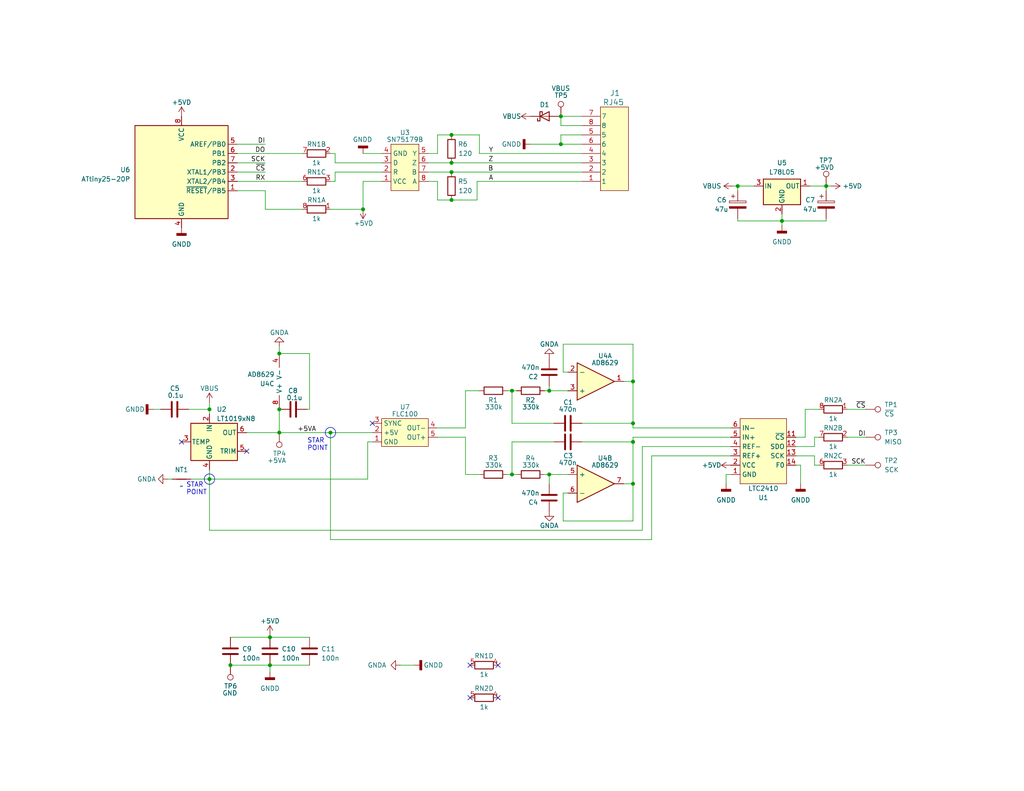
<source format=kicad_sch>
(kicad_sch (version 20230121) (generator eeschema)
  (paper "A")
  (title_block (title "Magnetometer") (date "2024-05-30") (rev "0.1") (company "M Morano"))
  (lib_symbols
    (symbol "Components:A-2004-2-4-LPS-N-R" (pin_names (offset 0.254))
      (property "Reference" "J" (at 0 15.24 0))
      (property "Value" "RJ45" (at 0 12.7 0))
      (symbol "A-2004-2-4-LPS-N-R_0_1"
        (pin unspecified line (at -8.89 -8.89 0) (length 5.08) (name "1") (number "1"))
        (pin unspecified line (at -8.89 -6.35 0) (length 5.08) (name "2") (number "2"))
        (pin unspecified line (at -8.89 -3.81 0) (length 5.08) (name "3") (number "3"))
        (pin unspecified line (at -8.89 -1.27 0) (length 5.08) (name "4") (number "4"))
        (pin unspecified line (at -8.89 3.81 0) (length 5.08) (name "5") (number "5"))
        (pin unspecified line (at -8.89 1.27 0) (length 5.08) (name "6") (number "6"))
        (pin unspecified line (at -8.89 8.89 0) (length 5.08) (name "7") (number "7"))
        (pin unspecified line (at -8.89 6.35 0) (length 5.08) (name "8") (number "8"))
      )
      (symbol "A-2004-2-4-LPS-N-R_1_1"
        (rectangle (start -3.81 11.43) (end 3.81 -11.43) (fill (type background)))
      )
    )
    (symbol "Components:FLC100"
      (property "Reference" "U" (at 0 7.62 0))
      (property "Value" "FLC100" (at 0 5.08 0))
      (symbol "FLC100_1_1"
        (rectangle (start -6.35 3.81) (end 6.35 -3.81) (fill (type background)))
        (pin power_in line (at -8.89 2.54 0) (length 2.54) (name "GND") (number "1"))
        (pin power_in line (at -8.89 0 0) (length 2.54) (name "+5V") (number "2"))
        (pin bidirectional line (at -8.89 -2.54 0) (length 2.54) (name "SYNC") (number "3"))
        (pin output line (at 8.89 -1.27 180) (length 2.54) (name "OUT-") (number "4"))
        (pin output line (at 8.89 1.27 180) (length 2.54) (name "OUT+") (number "5"))
      )
    )
    (symbol "Components:LTC2410"
      (property "Reference" "U" (at 0 15.24 0))
      (property "Value" "LTC2410" (at 0 12.7 0))
      (symbol "LTC2410_1_1"
        (rectangle (start -6.35 11.43) (end 6.35 -6.35) (fill (type background)))
        (pin power_in line (at -8.89 8.89 0) (length 2.54) (name "GND") (number "1"))
        (pin power_in line (at -8.89 8.89 0) (length 2.54) hide (name "GND") (number "10"))
        (pin input line (at 8.89 -1.27 180) (length 2.54) (name "~{CS}") (number "11"))
        (pin output line (at 8.89 1.27 180) (length 2.54) (name "SDO") (number "12"))
        (pin input line (at 8.89 3.81 180) (length 2.54) (name "SCK") (number "13"))
        (pin input line (at 8.89 6.35 180) (length 2.54) (name "F0") (number "14"))
        (pin power_in line (at -8.89 8.89 0) (length 2.54) hide (name "GND") (number "15"))
        (pin power_in line (at -8.89 8.89 0) (length 2.54) hide (name "GND") (number "16"))
        (pin power_in line (at -8.89 6.35 0) (length 2.54) (name "VCC") (number "2"))
        (pin input line (at -8.89 3.81 0) (length 2.54) (name "REF+") (number "3"))
        (pin input line (at -8.89 1.27 0) (length 2.54) (name "REF-") (number "4"))
        (pin input line (at -8.89 -1.27 0) (length 2.54) (name "IN+") (number "5"))
        (pin input line (at -8.89 -3.81 0) (length 2.54) (name "IN-") (number "6"))
        (pin power_in line (at -8.89 8.89 0) (length 2.54) hide (name "GND") (number "7"))
        (pin power_in line (at -8.89 8.89 0) (length 2.54) hide (name "GND") (number "8"))
        (pin power_in line (at -8.89 8.89 0) (length 2.54) hide (name "GND") (number "9"))
      )
    )
    (symbol "Components:SN75179BDR"
      (property "Reference" "U" (at 0 10.16 0))
      (property "Value" "SN75179B" (at 0 7.62 0))
      (symbol "SN75179BDR_1_1"
        (rectangle (start -3.81 6.35) (end 3.81 -6.35) (fill (type background)))
        (pin power_in line (at -6.35 3.81 0) (length 2.54) (name "VCC") (number "1"))
        (pin output line (at -6.35 1.27 0) (length 2.54) (name "R") (number "2"))
        (pin input line (at -6.35 -1.27 0) (length 2.54) (name "D") (number "3"))
        (pin power_in line (at -6.35 -3.81 0) (length 2.54) (name "GND") (number "4"))
        (pin output line (at 6.35 -3.81 180) (length 2.54) (name "Y") (number "5"))
        (pin output line (at 6.35 -1.27 180) (length 2.54) (name "Z") (number "6"))
        (pin input line (at 6.35 1.27 180) (length 2.54) (name "B") (number "7"))
        (pin input line (at 6.35 3.81 180) (length 2.54) (name "A") (number "8"))
      )
    )
    (symbol "Connector:TestPoint" (pin_numbers hide) (pin_names (offset 0.762) hide)
      (property "Reference" "TP" (at 0 6.858 0))
      (property "Value" "TestPoint" (at 0 5.08 0))
      (symbol "TestPoint_0_1"
        (circle (center 0 3.302) (radius 0.762))
      )
      (symbol "TestPoint_1_1"
        (pin passive line (at 0 0 90) (length 2.54) (name "1") (number "1"))
      )
    )
    (symbol "Device:C" (pin_numbers hide) (pin_names (offset 0.254))
      (property "Reference" "C" (at 0.635 2.54 0))
      (property "Value" "C" (at 0.635 -2.54 0))
      (symbol "C_0_1"
        (polyline (pts (xy -2.032 -0.762) (xy 2.032 -0.762)) (stroke (width 0.508)))
        (polyline (pts (xy -2.032 0.762) (xy 2.032 0.762)) (stroke (width 0.508)))
      )
      (symbol "C_1_1"
        (pin passive line (at 0 3.81 270) (length 2.794) (name "~") (number "1"))
        (pin passive line (at 0 -3.81 90) (length 2.794) (name "~") (number "2"))
      )
    )
    (symbol "Device:C_Polarized" (pin_numbers hide) (pin_names (offset 0.254))
      (property "Reference" "C" (at 0.635 2.54 0))
      (property "Value" "C_Polarized" (at 0.635 -2.54 0))
      (symbol "C_Polarized_0_1"
        (rectangle (start -2.286 0.508) (end 2.286 1.016))
        (polyline (pts (xy -1.778 2.286) (xy -0.762 2.286)))
        (polyline (pts (xy -1.27 2.794) (xy -1.27 1.778)))
        (rectangle (start 2.286 -0.508) (end -2.286 -1.016) (fill (type outline)))
      )
      (symbol "C_Polarized_1_1"
        (pin passive line (at 0 3.81 270) (length 2.794) (name "~") (number "1"))
        (pin passive line (at 0 -3.81 90) (length 2.794) (name "~") (number "2"))
      )
    )
    (symbol "Device:D_Schottky" (pin_numbers hide) (pin_names (offset 1.016) hide)
      (property "Reference" "D" (at 0 2.54 0))
      (property "Value" "D_Schottky" (at 0 -2.54 0))
      (symbol "D_Schottky_0_1"
        (polyline (pts (xy 1.27 0) (xy -1.27 0)))
        (polyline (pts (xy 1.27 1.27) (xy 1.27 -1.27) (xy -1.27 0) (xy 1.27 1.27)) (stroke (width 0.254)))
        (polyline (pts (xy -1.905 0.635) (xy -1.905 1.27) (xy -1.27 1.27) (xy -1.27 -1.27) (xy -0.635 -1.27) (xy -0.635 -0.635)) (stroke (width 0.254)))
      )
      (symbol "D_Schottky_1_1"
        (pin passive line (at -3.81 0 0) (length 2.54) (name "K") (number "1"))
        (pin passive line (at 3.81 0 180) (length 2.54) (name "A") (number "2"))
      )
    )
    (symbol "Device:NetTie_2" (pin_numbers hide) (pin_names (offset 0) hide) (in_bom no)
      (property "Reference" "NT" (at 0 1.27 0))
      (property "Value" "NetTie_2" (at 0 -1.27 0))
      (symbol "NetTie_2_0_1"
        (polyline (pts (xy -1.27 0) (xy 1.27 0)) (stroke (width 0.254)))
      )
      (symbol "NetTie_2_1_1"
        (pin passive line (at -2.54 0 0) (length 2.54) (name "1") (number "1"))
        (pin passive line (at 2.54 0 180) (length 2.54) (name "2") (number "2"))
      )
    )
    (symbol "Device:Opamp_Dual"
      (property "Reference" "U" (at 0 5.08 0))
      (property "Value" "Opamp_Dual" (at 0 -5.08 0))
      (symbol "Opamp_Dual_1_1"
        (polyline (pts (xy -5.08 5.08) (xy 5.08 0) (xy -5.08 -5.08) (xy -5.08 5.08)) (stroke (width 0.254)) (fill (type background)))
        (pin output line (at 7.62 0 180) (length 2.54) (name "~") (number "1"))
        (pin input line (at -7.62 -2.54 0) (length 2.54) (name "-") (number "2"))
        (pin input line (at -7.62 2.54 0) (length 2.54) (name "+") (number "3"))
      )
      (symbol "Opamp_Dual_2_1"
        (polyline (pts (xy -5.08 5.08) (xy 5.08 0) (xy -5.08 -5.08) (xy -5.08 5.08)) (stroke (width 0.254)) (fill (type background)))
        (pin input line (at -7.62 2.54 0) (length 2.54) (name "+") (number "5"))
        (pin input line (at -7.62 -2.54 0) (length 2.54) (name "-") (number "6"))
        (pin output line (at 7.62 0 180) (length 2.54) (name "~") (number "7"))
      )
      (symbol "Opamp_Dual_3_1"
        (pin power_in line (at -2.54 -7.62 90) (length 3.81) (name "V-") (number "4"))
        (pin power_in line (at -2.54 7.62 270) (length 3.81) (name "V+") (number "8"))
      )
    )
    (symbol "Device:R" (pin_numbers hide) (pin_names (offset 0))
      (property "Reference" "R" (at 2.032 0 90))
      (property "Value" "R" (at 0 0 90))
      (symbol "R_0_1"
        (rectangle (start -1.016 -2.54) (end 1.016 2.54) (stroke (width 0.254)))
      )
      (symbol "R_1_1"
        (pin passive line (at 0 3.81 270) (length 1.27) (name "~") (number "1"))
        (pin passive line (at 0 -3.81 90) (length 1.27) (name "~") (number "2"))
      )
    )
    (symbol "Device:R_Pack04_Split" (pin_names (offset 0) hide)
      (property "Reference" "RN" (at 2.032 0 90))
      (property "Value" "R_Pack04_Split" (at 0 0 90))
      (symbol "R_Pack04_Split_0_1"
        (rectangle (start 1.016 2.54) (end -1.016 -2.54) (stroke (width 0.254)))
      )
      (symbol "R_Pack04_Split_1_1"
        (pin passive line (at 0 -3.81 90) (length 1.27) (name "R1.1") (number "1"))
        (pin passive line (at 0 3.81 270) (length 1.27) (name "R1.2") (number "8"))
      )
      (symbol "R_Pack04_Split_2_1"
        (pin passive line (at 0 -3.81 90) (length 1.27) (name "R2.1") (number "2"))
        (pin passive line (at 0 3.81 270) (length 1.27) (name "R2.2") (number "7"))
      )
      (symbol "R_Pack04_Split_3_1"
        (pin passive line (at 0 -3.81 90) (length 1.27) (name "R3.1") (number "3"))
        (pin passive line (at 0 3.81 270) (length 1.27) (name "R3.2") (number "6"))
      )
      (symbol "R_Pack04_Split_4_1"
        (pin passive line (at 0 -3.81 90) (length 1.27) (name "R4.1") (number "4"))
        (pin passive line (at 0 3.81 270) (length 1.27) (name "R4.2") (number "5"))
      )
    )
    (symbol "MCU_Microchip_ATtiny:ATtiny25-20P"
      (property "Reference" "U" (at -12.7 13.97 0))
      (property "Value" "ATtiny25-20P" (at 2.54 -13.97 0))
      (symbol "ATtiny25-20P_0_1"
        (rectangle (start -12.7 -12.7) (end 12.7 12.7) (stroke (width 0.254)) (fill (type background)))
      )
      (symbol "ATtiny25-20P_1_1"
        (pin bidirectional line (at 15.24 -5.08 180) (length 2.54) (name "~{RESET}/PB5") (number "1"))
        (pin bidirectional line (at 15.24 0 180) (length 2.54) (name "XTAL1/PB3") (number "2"))
        (pin bidirectional line (at 15.24 -2.54 180) (length 2.54) (name "XTAL2/PB4") (number "3"))
        (pin power_in line (at 0 -15.24 90) (length 2.54) (name "GND") (number "4"))
        (pin bidirectional line (at 15.24 7.62 180) (length 2.54) (name "AREF/PB0") (number "5"))
        (pin bidirectional line (at 15.24 5.08 180) (length 2.54) (name "PB1") (number "6"))
        (pin bidirectional line (at 15.24 2.54 180) (length 2.54) (name "PB2") (number "7"))
        (pin power_in line (at 0 15.24 270) (length 2.54) (name "VCC") (number "8"))
      )
    )
    (symbol "Reference_Voltage:LT1019xN8" (pin_names (offset 0.254))
      (property "Reference" "U" (at -7.62 6.35 0))
      (property "Value" "LT1019xN8" (at 7.62 6.35 0))
      (symbol "LT1019xN8_0_1"
        (rectangle (start 7.62 5.08) (end -5.08 -5.08) (stroke (width 0.254)) (fill (type background)))
      )
      (symbol "LT1019xN8_1_0"
        (pin no_connect line (at -5.08 2.54 0) (length 2.54) hide (name "DNC") (number "1"))
        (pin power_in line (at 0 7.62 270) (length 2.54) (name "IN") (number "2"))
        (pin passive line (at -7.62 0 0) (length 2.54) (name "TEMP") (number "3"))
        (pin power_in line (at 0 -7.62 90) (length 2.54) (name "GND") (number "4"))
        (pin passive line (at 10.16 -2.54 180) (length 2.54) (name "TRIM") (number "5"))
        (pin power_out line (at 10.16 2.54 180) (length 2.54) (name "OUT") (number "6"))
        (pin no_connect line (at 7.62 0 180) (length 2.54) hide (name "DNC") (number "7"))
        (pin no_connect line (at -5.08 -2.54 0) (length 2.54) hide (name "DNC") (number "8"))
      )
    )
    (symbol "Regulator_Linear:L78L05_SOT89" (pin_names (offset 0.254))
      (property "Reference" "U" (at -3.81 3.175 0))
      (property "Value" "L78L05_SOT89" (at -0.635 3.175 0))
      (symbol "L78L05_SOT89_0_1"
        (rectangle (start -5.08 1.905) (end 5.08 -5.08) (stroke (width 0.254)) (fill (type background)))
      )
      (symbol "L78L05_SOT89_1_1"
        (pin power_out line (at 7.62 0 180) (length 2.54) (name "OUT") (number "1"))
        (pin power_in line (at 0 -7.62 90) (length 2.54) (name "GND") (number "2"))
        (pin power_in line (at -7.62 0 0) (length 2.54) (name "IN") (number "3"))
      )
    )
    (symbol "power:+5VD" (power) (pin_names (offset 0))
      (property "Value" "+5VD" (at 0 3.556 0))
      (symbol "+5VD_0_1"
        (polyline (pts (xy -0.762 1.27) (xy 0 2.54)))
        (polyline (pts (xy 0 0) (xy 0 2.54)))
        (polyline (pts (xy 0 2.54) (xy 0.762 1.27)))
      )
      (symbol "+5VD_1_1"
        (pin power_in line (at 0 0 90) (length 0) hide (name "+5VD") (number "1"))
      )
    )
    (symbol "power:GNDA" (power) (pin_names (offset 0))
      (property "Value" "GNDA" (at 0 -3.81 0))
      (symbol "GNDA_0_1"
        (polyline (pts (xy 0 0) (xy 0 -1.27) (xy 1.27 -1.27) (xy 0 -2.54) (xy -1.27 -1.27) (xy 0 -1.27)))
      )
      (symbol "GNDA_1_1"
        (pin power_in line (at 0 0 270) (length 0) hide (name "GNDA") (number "1"))
      )
    )
    (symbol "power:GNDD" (power) (pin_names (offset 0))
      (property "Value" "GNDD" (at 0 -3.175 0))
      (symbol "GNDD_0_1"
        (rectangle (start -1.27 -1.524) (end 1.27 -2.032) (stroke (width 0.254)) (fill (type outline)))
        (polyline (pts (xy 0 0) (xy 0 -1.524)))
      )
      (symbol "GNDD_1_1"
        (pin power_in line (at 0 0 270) (length 0) hide (name "GNDD") (number "1"))
      )
    )
    (symbol "power:VBUS" (power) (pin_names (offset 0))
      (property "Value" "VBUS" (at 0 3.81 0))
      (symbol "VBUS_0_1"
        (polyline (pts (xy -0.762 1.27) (xy 0 2.54)))
        (polyline (pts (xy 0 0) (xy 0 2.54)))
        (polyline (pts (xy 0 2.54) (xy 0.762 1.27)))
      )
      (symbol "VBUS_1_1"
        (pin power_in line (at 0 0 90) (length 0) hide (name "VBUS") (number "1"))
      )
    )
  )
  (junction (at 99.06 57.15))
  (junction (at 73.66 181.61))
  (junction (at 76.2 118.11))
  (junction (at 73.66 173.99))
  (junction (at 172.72 104.14))
  (junction (at 76.2 111.76))
  (junction (at 139.7 129.54))
  (junction (at 149.86 106.68))
  (junction (at 123.19 36.83))
  (junction (at 90.17 118.11))
  (junction (at 123.19 44.45))
  (junction (at 139.7 106.68))
  (junction (at 153.035 39.37))
  (junction (at 123.19 46.99))
  (junction (at 201.295 50.8))
  (junction (at 57.15 130.81))
  (junction (at 57.15 111.76))
  (junction (at 172.72 115.57))
  (junction (at 172.72 132.08))
  (junction (at 76.2 96.52))
  (junction (at 213.36 60.325))
  (junction (at 153.035 31.75))
  (junction (at 62.865 181.61))
  (junction (at 172.72 120.65))
  (junction (at 225.425 50.8))
  (junction (at 149.86 129.54))
  (junction (at 123.19 54.61))
  (no_connect (at 128.27 190.5))
  (no_connect (at 67.31 123.19))
  (no_connect (at 128.27 181.61))
  (no_connect (at 135.89 181.61))
  (no_connect (at 101.6 115.57))
  (no_connect (at 49.53 120.65))
  (no_connect (at 135.89 190.5))
  (wire (pts (xy 138.43 106.68) (xy 139.7 106.68)))
  (wire (pts (xy 200.025 50.8) (xy 201.295 50.8)))
  (wire (pts (xy 199.39 121.92) (xy 175.26 121.92)))
  (wire (pts (xy 225.425 50.8) (xy 226.695 50.8)))
  (wire (pts (xy 123.19 44.45) (xy 158.75 44.45)))
  (wire (pts (xy 172.72 104.14) (xy 172.72 115.57)))
  (wire (pts (xy 130.81 106.68) (xy 127 106.68)))
  (wire (pts (xy 116.84 44.45) (xy 123.19 44.45)))
  (wire (pts (xy 119.38 41.91) (xy 119.38 36.83)))
  (wire (pts (xy 217.17 119.38) (xy 219.71 119.38)))
  (wire (pts (xy 152.4 31.75) (xy 153.035 31.75)))
  (wire (pts (xy 119.38 119.38) (xy 127 119.38)))
  (wire (pts (xy 153.035 39.37) (xy 144.78 39.37)))
  (wire (pts (xy 57.15 109.855) (xy 57.15 111.76)))
  (wire (pts (xy 177.8 147.32) (xy 177.8 124.46)))
  (wire (pts (xy 222.25 127) (xy 223.52 127)))
  (wire (pts (xy 67.31 118.11) (xy 76.2 118.11)))
  (wire (pts (xy 153.035 34.29) (xy 153.035 31.75)))
  (wire (pts (xy 91.44 44.45) (xy 104.14 44.45)))
  (wire (pts (xy 149.86 106.68) (xy 154.94 106.68)))
  (wire (pts (xy 154.94 134.62) (xy 153.67 134.62)))
  (wire (pts (xy 57.15 130.81) (xy 57.15 144.78)))
  (wire (pts (xy 151.13 120.65) (xy 139.7 120.65)))
  (wire (pts (xy 148.59 129.54) (xy 149.86 129.54)))
  (wire (pts (xy 172.72 115.57) (xy 172.72 116.84)))
  (wire (pts (xy 153.035 39.37) (xy 153.035 36.83)))
  (wire (pts (xy 119.38 49.53) (xy 119.38 54.61)))
  (wire (pts (xy 217.17 121.92) (xy 222.25 121.92)))
  (wire (pts (xy 219.71 111.76) (xy 223.52 111.76)))
  (wire (pts (xy 73.66 173.99) (xy 84.455 173.99)))
  (wire (pts (xy 130.175 54.61) (xy 130.175 49.53)))
  (wire (pts (xy 127 119.38) (xy 127 129.54)))
  (wire (pts (xy 201.295 60.325) (xy 201.295 59.69)))
  (wire (pts (xy 201.295 60.325) (xy 213.36 60.325)))
  (wire (pts (xy 151.13 115.57) (xy 139.7 115.57)))
  (wire (pts (xy 116.84 49.53) (xy 119.38 49.53)))
  (wire (pts (xy 52.07 130.81) (xy 57.15 130.81)))
  (wire (pts (xy 149.86 106.68) (xy 149.86 105.41)))
  (wire (pts (xy 130.175 49.53) (xy 158.75 49.53)))
  (wire (pts (xy 57.15 111.76) (xy 57.15 113.03)))
  (wire (pts (xy 43.815 111.76) (xy 41.91 111.76)))
  (wire (pts (xy 213.36 60.325) (xy 213.36 61.595)))
  (wire (pts (xy 153.67 93.98) (xy 172.72 93.98)))
  (wire (pts (xy 199.39 119.38) (xy 172.72 119.38)))
  (wire (pts (xy 73.66 173.355) (xy 73.66 173.99)))
  (wire (pts (xy 172.72 93.98) (xy 172.72 104.14)))
  (wire (pts (xy 45.72 130.81) (xy 46.99 130.81)))
  (wire (pts (xy 57.15 128.27) (xy 57.15 130.81)))
  (wire (pts (xy 57.15 130.81) (xy 100.33 130.81)))
  (wire (pts (xy 177.8 124.46) (xy 199.39 124.46)))
  (wire (pts (xy 175.26 121.92) (xy 175.26 144.78)))
  (wire (pts (xy 119.38 54.61) (xy 123.19 54.61)))
  (wire (pts (xy 198.12 129.54) (xy 198.12 132.08)))
  (wire (pts (xy 172.72 104.14) (xy 170.18 104.14)))
  (wire (pts (xy 90.17 49.53) (xy 91.44 49.53)))
  (wire (pts (xy 236.22 119.38) (xy 231.14 119.38)))
  (wire (pts (xy 139.7 106.68) (xy 139.7 115.57)))
  (wire (pts (xy 231.14 111.76) (xy 236.22 111.76)))
  (wire (pts (xy 116.84 41.91) (xy 119.38 41.91)))
  (wire (pts (xy 119.38 36.83) (xy 123.19 36.83)))
  (wire (pts (xy 91.44 46.99) (xy 104.14 46.99)))
  (wire (pts (xy 225.425 50.8) (xy 225.425 52.07)))
  (wire (pts (xy 64.77 52.07) (xy 72.39 52.07)))
  (wire (pts (xy 158.75 120.65) (xy 172.72 120.65)))
  (wire (pts (xy 127 106.68) (xy 127 116.84)))
  (wire (pts (xy 140.97 129.54) (xy 139.7 129.54)))
  (wire (pts (xy 172.72 132.08) (xy 172.72 142.24)))
  (wire (pts (xy 213.36 60.325) (xy 225.425 60.325)))
  (wire (pts (xy 90.17 118.11) (xy 90.17 147.32)))
  (wire (pts (xy 90.17 57.15) (xy 99.06 57.15)))
  (wire (pts (xy 90.17 41.91) (xy 91.44 41.91)))
  (wire (pts (xy 172.72 119.38) (xy 172.72 120.65)))
  (wire (pts (xy 158.75 115.57) (xy 172.72 115.57)))
  (wire (pts (xy 123.19 36.83) (xy 130.81 36.83)))
  (wire (pts (xy 222.25 121.92) (xy 222.25 119.38)))
  (wire (pts (xy 158.75 34.29) (xy 153.035 34.29)))
  (wire (pts (xy 91.44 49.53) (xy 91.44 46.99)))
  (wire (pts (xy 64.77 49.53) (xy 82.55 49.53)))
  (wire (pts (xy 73.66 181.61) (xy 73.66 183.515)))
  (wire (pts (xy 123.19 54.61) (xy 130.175 54.61)))
  (wire (pts (xy 76.2 111.76) (xy 76.2 118.11)))
  (wire (pts (xy 72.39 57.15) (xy 82.55 57.15)))
  (wire (pts (xy 217.17 124.46) (xy 222.25 124.46)))
  (wire (pts (xy 201.295 50.8) (xy 201.295 52.07)))
  (wire (pts (xy 76.2 96.52) (xy 84.455 96.52)))
  (wire (pts (xy 109.22 181.61) (xy 113.03 181.61)))
  (wire (pts (xy 123.19 46.99) (xy 158.75 46.99)))
  (wire (pts (xy 64.77 46.99) (xy 72.39 46.99)))
  (wire (pts (xy 172.72 120.65) (xy 172.72 132.08)))
  (wire (pts (xy 99.06 57.15) (xy 99.06 49.53)))
  (wire (pts (xy 225.425 60.325) (xy 225.425 59.69)))
  (wire (pts (xy 154.94 101.6) (xy 153.67 101.6)))
  (wire (pts (xy 84.455 96.52) (xy 84.455 111.76)))
  (wire (pts (xy 236.22 127) (xy 231.14 127)))
  (wire (pts (xy 99.06 41.91) (xy 104.14 41.91)))
  (wire (pts (xy 127 116.84) (xy 119.38 116.84)))
  (wire (pts (xy 153.67 134.62) (xy 153.67 142.24)))
  (wire (pts (xy 158.75 39.37) (xy 153.035 39.37)))
  (wire (pts (xy 64.77 39.37) (xy 72.39 39.37)))
  (wire (pts (xy 175.26 144.78) (xy 57.15 144.78)))
  (wire (pts (xy 62.865 173.99) (xy 73.66 173.99)))
  (wire (pts (xy 172.72 132.08) (xy 170.18 132.08)))
  (wire (pts (xy 153.035 36.83) (xy 158.75 36.83)))
  (wire (pts (xy 91.44 41.91) (xy 91.44 44.45)))
  (wire (pts (xy 64.77 41.91) (xy 82.55 41.91)))
  (wire (pts (xy 100.33 120.65) (xy 100.33 130.81)))
  (wire (pts (xy 139.7 106.68) (xy 140.97 106.68)))
  (wire (pts (xy 76.2 94.615) (xy 76.2 96.52)))
  (wire (pts (xy 213.36 58.42) (xy 213.36 60.325)))
  (wire (pts (xy 116.84 46.99) (xy 123.19 46.99)))
  (wire (pts (xy 130.81 36.83) (xy 130.81 41.91)))
  (wire (pts (xy 149.86 129.54) (xy 154.94 129.54)))
  (wire (pts (xy 198.12 129.54) (xy 199.39 129.54)))
  (wire (pts (xy 218.44 127) (xy 218.44 132.08)))
  (wire (pts (xy 201.295 50.8) (xy 205.74 50.8)))
  (wire (pts (xy 130.81 41.91) (xy 158.75 41.91)))
  (wire (pts (xy 73.66 181.61) (xy 84.455 181.61)))
  (wire (pts (xy 148.59 106.68) (xy 149.86 106.68)))
  (wire (pts (xy 72.39 52.07) (xy 72.39 57.15)))
  (wire (pts (xy 149.86 129.54) (xy 149.86 132.08)))
  (wire (pts (xy 219.71 119.38) (xy 219.71 111.76)))
  (wire (pts (xy 153.67 101.6) (xy 153.67 93.98)))
  (wire (pts (xy 90.17 147.32) (xy 177.8 147.32)))
  (wire (pts (xy 100.33 120.65) (xy 101.6 120.65)))
  (wire (pts (xy 222.25 124.46) (xy 222.25 127)))
  (wire (pts (xy 217.17 127) (xy 218.44 127)))
  (wire (pts (xy 220.98 50.8) (xy 225.425 50.8)))
  (wire (pts (xy 153.035 31.75) (xy 158.75 31.75)))
  (wire (pts (xy 76.2 118.11) (xy 90.17 118.11)))
  (wire (pts (xy 153.67 142.24) (xy 172.72 142.24)))
  (wire (pts (xy 139.7 120.65) (xy 139.7 129.54)))
  (wire (pts (xy 138.43 129.54) (xy 139.7 129.54)))
  (wire (pts (xy 223.52 119.38) (xy 222.25 119.38)))
  (wire (pts (xy 172.72 116.84) (xy 199.39 116.84)))
  (wire (pts (xy 64.77 44.45) (xy 72.39 44.45)))
  (wire (pts (xy 62.865 181.61) (xy 73.66 181.61)))
  (wire (pts (xy 127 129.54) (xy 130.81 129.54)))
  (wire (pts (xy 51.435 111.76) (xy 57.15 111.76)))
  (wire (pts (xy 84.455 111.76) (xy 83.82 111.76)))
  (wire (pts (xy 90.17 118.11) (xy 101.6 118.11)))
  (wire (pts (xy 99.06 49.53) (xy 104.14 49.53)))
  (circle (center 90.17 118.11) (radius 1.4199))
  (circle (center 57.15 130.81) (radius 1.4199))
  (text "STAR\nPOINT" (at 83.82 123.19 0) (effects (font (size 1.27 1.27)) (justify left bottom)))
  (text "STAR\nPOINT" (at 50.8 135.255 0) (effects (font (size 1.27 1.27)) (justify left bottom)))
  (label "SCK" (at 236.22 127 180))
  (label "DI" (at 236.22 119.38 180))
  (label "RX" (at 72.39 49.53 180))
  (label "DO" (at 72.39 41.91 180))
  (label "~{CS}" (at 236.22 111.76 180))
  (label "~{CS}" (at 72.39 46.99 180))
  (label "A" (at 134.62 49.53 180))
  (label "DI" (at 72.39 39.37 180))
  (label "SCK" (at 72.39 44.45 180))
  (label "+5VA    " (at 90.17 118.11 180))
  (label "Z" (at 134.62 44.45 180))
  (label "Y" (at 134.62 41.91 180))
  (label "B" (at 134.62 46.99 180))
  (symbol (lib_id "Components:LTC2410") (at 208.28 120.65 0) (mirror x) (unit 1)
    (property "Reference" "U1" (at 208.28 135.89 0))
    (property "Value" "LTC2410" (at 208.28 133.35 0))
    (property "Footprint" "Package_SO:SSOP-16_3.9x4.9mm_P0.635mm" (effects hide))
    (property "Datasheet" "https://www.analog.com/media/en/technical-documentation/data-sheets/2410fa.pdf" (effects hide))
  )
  (symbol (lib_id "power:GNDD") (at 113.03 181.61 90) (unit 1)
    (property "Reference" "#PWR016" (effects hide))
    (property "Value" "GNDD" (at 115.57 181.61 90) (effects (justify right)))
  )
  (symbol (lib_id "Device:NetTie_2") (at 49.53 130.81 180) (unit 1) (in_bom no)
    (property "Reference" "NT1" (at 49.53 128.27 0))
    (property "Value" "~" (at 49.53 132.715 0))
    (property "Footprint" "NetTie:NetTie-2_SMD_Pad0.5mm" (effects hide))
  )
  (symbol (lib_id "Device:C") (at 154.94 115.57 270) (mirror x) (unit 1)
    (property "Reference" "C1" (at 153.67 109.855 90) (effects (justify left)))
    (property "Value" "470n" (at 152.4 111.76 90) (effects (justify left)))
    (property "Footprint" "Capacitor_SMD:C_1206_3216Metric" (effects hide))
    (property "Datasheet" "GRM31C5C1E474JE01L" (effects hide))
  )
  (symbol (lib_id "Device:R_Pack04_Split") (at 86.36 57.15 90) (unit 1)
    (property "Reference" "RN1" (at 86.36 54.61 90))
    (property "Value" "1k" (at 86.36 59.69 90))
    (property "Footprint" "Resistor_SMD:R_Array_Convex_4x0603" (effects hide))
  )
  (symbol (lib_id "Connector:TestPoint") (at 76.2 118.11 180) (unit 1)
    (property "Reference" "TP4" (at 78.105 123.825 0) (effects (justify left)))
    (property "Value" "+5VA" (at 78.105 125.73 0) (effects (justify left)))
    (property "Footprint" "TestPoint:TestPoint_Pad_D1.0mm" (effects hide))
  )
  (symbol (lib_id "Device:R") (at 123.19 40.64 180) (unit 1)
    (property "Reference" "R6" (at 127.635 39.37 0) (effects (justify left)))
    (property "Value" "120" (at 128.905 41.91 0) (effects (justify left)))
    (property "Footprint" "Resistor_SMD:R_0603_1608Metric" (effects hide))
  )
  (symbol (lib_id "power:+5VD") (at 49.53 31.75 0) (unit 1)
    (property "Reference" "#PWR021" (effects hide))
    (property "Value" "+5VD" (at 49.53 27.94 0))
  )
  (symbol (lib_id "power:GNDD") (at 213.36 61.595 0) (unit 1)
    (property "Reference" "#PWR017" (effects hide))
    (property "Value" "GNDD" (at 213.36 66.04 0))
  )
  (symbol (lib_id "Connector:TestPoint") (at 236.22 111.76 270) (unit 1)
    (property "Reference" "TP1" (at 241.3 110.49 90) (effects (justify left)))
    (property "Value" "~{CS}" (at 241.3 113.03 90) (effects (justify left)))
    (property "Footprint" "TestPoint:TestPoint_Pad_D1.0mm" (effects hide))
  )
  (symbol (lib_id "Device:R") (at 134.62 129.54 90) (mirror x) (unit 1)
    (property "Reference" "R3" (at 135.89 125.095 90) (effects (justify left)))
    (property "Value" "330k" (at 137.16 127 90) (effects (justify left)))
    (property "Footprint" "Resistor_SMD:R_0603_1608Metric" (effects hide))
  )
  (symbol (lib_id "Device:C") (at 154.94 120.65 270) (mirror x) (unit 1)
    (property "Reference" "C3" (at 153.67 124.46 90) (effects (justify left)))
    (property "Value" "470n" (at 152.4 126.365 90) (effects (justify left)))
    (property "Footprint" "Capacitor_SMD:C_1206_3216Metric" (effects hide))
    (property "Datasheet" "GRM31C5C1E474JE01L" (effects hide))
  )
  (symbol (lib_id "Connector:TestPoint") (at 62.865 181.61 180) (unit 1)
    (property "Reference" "TP6" (at 64.77 187.325 0) (effects (justify left)))
    (property "Value" "GND" (at 64.77 189.23 0) (effects (justify left)))
    (property "Footprint" "TestPoint:TestPoint_Pad_D1.0mm" (effects hide))
  )
  (symbol (lib_id "Reference_Voltage:LT1019xN8") (at 57.15 120.65 0) (unit 1)
    (property "Reference" "U2" (at 59.1059 111.76 0) (effects (justify left)))
    (property "Value" "LT1019xN8" (at 59.1059 114.3 0) (effects (justify left)))
    (property "Footprint" "Package_SO:SOIC-8_3.9x4.9mm_P1.27mm" (effects hide))
    (property "Datasheet" "https://www.analog.com/media/en/technical-documentation/data-sheets/1019fd.pdf" (effects hide))
  )
  (symbol (lib_id "Device:C") (at 149.86 135.89 0) (mirror x) (unit 1)
    (property "Reference" "C4" (at 144.145 137.16 0) (effects (justify left)))
    (property "Value" "470n" (at 142.24 134.62 0) (effects (justify left)))
    (property "Footprint" "Capacitor_SMD:C_1206_3216Metric" (effects hide))
    (property "Datasheet" "GRM31C5C1E474JE01L" (effects hide))
  )
  (symbol (lib_id "Device:C") (at 47.625 111.76 270) (unit 1)
    (property "Reference" "C5" (at 46.355 106.045 90) (effects (justify left)))
    (property "Value" "0.1u" (at 45.72 107.95 90) (effects (justify left)))
    (property "Footprint" "Capacitor_SMD:C_0603_1608Metric" (effects hide))
  )
  (symbol (lib_id "power:GNDA") (at 109.22 181.61 270) (mirror x) (unit 1)
    (property "Reference" "#PWR015" (effects hide))
    (property "Value" "GNDA" (at 102.87 181.61 90))
  )
  (symbol (lib_id "Components:FLC100") (at 110.49 118.11 0) (mirror x) (unit 1)
    (property "Reference" "U7" (at 110.49 111.125 0))
    (property "Value" "FLC100" (at 110.49 113.03 0))
    (property "Footprint" "Components:FLC100" (effects hide))
  )
  (symbol (lib_id "power:GNDA") (at 149.86 97.79 0) (mirror x) (unit 1)
    (property "Reference" "#PWR07" (effects hide))
    (property "Value" "GNDA" (at 149.86 93.98 0))
  )
  (symbol (lib_id "power:VBUS") (at 57.15 109.855 0) (unit 1)
    (property "Reference" "#PWR01" (effects hide))
    (property "Value" "VBUS" (at 54.61 106.045 0) (effects (justify left)))
  )
  (symbol (lib_id "Connector:TestPoint") (at 153.035 31.75 0) (mirror y) (unit 1)
    (property "Reference" "TP5" (at 154.94 26.035 0) (effects (justify left)))
    (property "Value" "VBUS" (at 155.575 24.13 0) (effects (justify left)))
    (property "Footprint" "TestPoint:TestPoint_Pad_D1.0mm" (effects hide))
  )
  (symbol (lib_id "power:GNDA") (at 76.2 94.615 180) (unit 1)
    (property "Reference" "#PWR02" (effects hide))
    (property "Value" "GNDA" (at 76.2 90.805 0))
  )
  (symbol (lib_id "power:GNDA") (at 149.86 139.7 0) (unit 1)
    (property "Reference" "#PWR08" (effects hide))
    (property "Value" "GNDA" (at 149.86 143.51 0))
  )
  (symbol (lib_id "Device:Opamp_Dual") (at 73.66 104.14 180) (unit 3)
    (property "Reference" "U4" (at 74.93 104.775 0) (effects (justify left)))
    (property "Value" "AD8629" (at 74.93 102.235 0) (effects (justify left)))
    (property "Footprint" "Package_SO:SOIC-8_3.9x4.9mm_P1.27mm" (effects hide))
  )
  (symbol (lib_id "Device:C") (at 84.455 177.8 0) (unit 1)
    (property "Reference" "C11" (at 87.63 177.165 0) (effects (justify left)))
    (property "Value" "100n" (at 87.63 179.705 0) (effects (justify left)))
    (property "Footprint" "Capacitor_SMD:C_0603_1608Metric" (effects hide))
  )
  (symbol (lib_id "Device:R_Pack04_Split") (at 227.33 127 90) (unit 3)
    (property "Reference" "RN2" (at 227.33 124.46 90))
    (property "Value" "1k" (at 227.33 129.54 90))
    (property "Footprint" "Resistor_SMD:R_Array_Convex_4x0603" (effects hide))
  )
  (symbol (lib_id "Connector:TestPoint") (at 225.425 50.8 0) (unit 1)
    (property "Reference" "TP7" (at 223.52 43.815 0) (effects (justify left)))
    (property "Value" "+5VD" (at 222.25 45.72 0) (effects (justify left)))
    (property "Footprint" "TestPoint:TestPoint_Pad_D1.0mm" (effects hide))
  )
  (symbol (lib_id "power:GNDD") (at 99.06 41.91 0) (mirror x) (unit 1)
    (property "Reference" "#PWR06" (effects hide))
    (property "Value" "GNDD" (at 101.6 38.1 0) (effects (justify right)))
  )
  (symbol (lib_id "power:VBUS") (at 144.78 31.75 90) (unit 1)
    (property "Reference" "#PWR03" (effects hide))
    (property "Value" "VBUS" (at 142.24 31.75 90) (effects (justify left)))
  )
  (symbol (lib_id "power:GNDD") (at 41.91 111.76 270) (unit 1)
    (property "Reference" "#PWR04" (effects hide))
    (property "Value" "GNDD" (at 36.83 111.76 90))
  )
  (symbol (lib_id "Device:R_Pack04_Split") (at 86.36 49.53 90) (unit 3)
    (property "Reference" "RN1" (at 86.36 46.99 90))
    (property "Value" "1k" (at 86.36 52.07 90))
    (property "Footprint" "Resistor_SMD:R_Array_Convex_4x0603" (effects hide))
  )
  (symbol (lib_id "Device:Opamp_Dual") (at 162.56 132.08 0) (unit 2)
    (property "Reference" "U4" (at 165.1 125.095 0))
    (property "Value" "AD8629" (at 165.1 127 0))
    (property "Footprint" "Package_SO:SOIC-8_3.9x4.9mm_P1.27mm" (effects hide))
  )
  (symbol (lib_id "Device:R_Pack04_Split") (at 227.33 119.38 90) (unit 2)
    (property "Reference" "RN2" (at 227.33 116.84 90))
    (property "Value" "1k" (at 227.33 121.92 90))
    (property "Footprint" "Resistor_SMD:R_Array_Convex_4x0603" (effects hide))
  )
  (symbol (lib_id "power:GNDD") (at 144.78 39.37 270) (unit 1)
    (property "Reference" "#PWR012" (effects hide))
    (property "Value" "GNDD" (at 142.24 39.37 90) (effects (justify right)))
  )
  (symbol (lib_id "Device:D_Schottky") (at 148.59 31.75 0) (mirror x) (unit 1)
    (property "Reference" "D1" (at 148.59 28.575 0))
    (property "Value" "D_Schottky" (effects hide))
    (property "Footprint" "Diode_SMD:D_SOD-123F" (effects hide))
  )
  (symbol (lib_id "MCU_Microchip_ATtiny:ATtiny25-20P") (at 49.53 46.99 0) (unit 1)
    (property "Reference" "U6" (at 35.56 46.355 0) (effects (justify right)))
    (property "Value" "ATtiny25-20P" (at 35.56 48.895 0) (effects (justify right)))
    (property "Footprint" "Package_DIP:DIP-8_W7.62mm" (effects hide))
    (property "Datasheet" "http://ww1.microchip.com/downloads/en/DeviceDoc/atmel-2586-avr-8-bit-microcontroller-attiny25-attiny45-attiny85_datasheet.pdf" (effects hide))
  )
  (symbol (lib_id "power:GNDD") (at 218.44 132.08 0) (mirror y) (unit 1)
    (property "Reference" "#PWR013" (effects hide))
    (property "Value" "GNDD" (at 218.44 136.525 0))
  )
  (symbol (lib_id "power:+5VD") (at 73.66 173.355 0) (unit 1)
    (property "Reference" "#PWR014" (effects hide))
    (property "Value" "+5VD" (at 73.66 169.545 0))
  )
  (symbol (lib_id "Device:C_Polarized") (at 225.425 55.88 0) (unit 1)
    (property "Reference" "C7" (at 219.71 54.61 0) (effects (justify left)))
    (property "Value" "47u" (at 219.075 57.15 0) (effects (justify left)))
    (property "Footprint" "Capacitor_Tantalum_SMD:CP_EIA-6032-28_Kemet-C" (effects hide))
  )
  (symbol (lib_id "Components:SN75179BDR") (at 110.49 45.72 0) (mirror x) (unit 1)
    (property "Reference" "U3" (at 110.49 36.195 0))
    (property "Value" "SN75179B" (at 110.49 38.1 0))
    (property "Footprint" "Package_SO:SOIC-8_3.9x4.9mm_P1.27mm" (effects hide))
    (property "Datasheet" "https://www.ti.com/lit/ds/symlink/sn75179b.pdf?HQS=dis-dk-null-digikeymode-dsf-pf-null-wwe&ts=1713452198393&ref_url=https%253A%252F%252Fwww.ti.com%252Fgeneral%252Fdocs%252Fsuppproductinfo.tsp%253FdistId%253D10%2526gotoUrl%253Dhttps%253A%252F%252Fwww.ti.com%252Flit%252Fgpn%252Fsn75179b" (effects hide))
  )
  (symbol (lib_id "Device:Opamp_Dual") (at 162.56 104.14 0) (mirror x) (unit 1)
    (property "Reference" "U4" (at 165.1 97.155 0))
    (property "Value" "AD8629" (at 165.1 99.06 0))
    (property "Footprint" "Package_SO:SOIC-8_3.9x4.9mm_P1.27mm" (effects hide))
  )
  (symbol (lib_id "Device:R_Pack04_Split") (at 227.33 111.76 90) (unit 1)
    (property "Reference" "RN2" (at 227.33 109.22 90))
    (property "Value" "1k" (at 227.33 114.3 90))
    (property "Footprint" "Resistor_SMD:R_Array_Convex_4x0603" (effects hide))
  )
  (symbol (lib_id "Device:R_Pack04_Split") (at 132.08 190.5 90) (unit 4)
    (property "Reference" "RN2" (at 132.08 187.96 90))
    (property "Value" "1k" (at 132.08 193.04 90))
    (property "Footprint" "Resistor_SMD:R_Array_Convex_4x0603" (effects hide))
  )
  (symbol (lib_id "Device:C") (at 62.865 177.8 0) (unit 1)
    (property "Reference" "C9" (at 66.04 177.165 0) (effects (justify left)))
    (property "Value" "100n" (at 66.04 179.705 0) (effects (justify left)))
    (property "Footprint" "Capacitor_SMD:C_0603_1608Metric" (effects hide))
  )
  (symbol (lib_id "power:+5VD") (at 99.06 57.15 0) (mirror x) (unit 1)
    (property "Reference" "#PWR05" (effects hide))
    (property "Value" "+5VD" (at 96.52 60.96 0) (effects (justify left)))
  )
  (symbol (lib_id "power:VBUS") (at 200.025 50.8 90) (unit 1)
    (property "Reference" "#PWR018" (effects hide))
    (property "Value" "VBUS" (at 196.85 50.8 90) (effects (justify left)))
  )
  (symbol (lib_id "power:GNDD") (at 49.53 62.23 0) (unit 1)
    (property "Reference" "#PWR020" (effects hide))
    (property "Value" "GNDD" (at 49.53 66.675 0))
  )
  (symbol (lib_id "Device:R_Pack04_Split") (at 132.08 181.61 90) (unit 4)
    (property "Reference" "RN1" (at 132.08 179.07 90))
    (property "Value" "1k" (at 132.08 184.15 90))
    (property "Footprint" "Resistor_SMD:R_Array_Convex_4x0603" (effects hide))
  )
  (symbol (lib_id "power:+5VD") (at 199.39 127 90) (unit 1)
    (property "Reference" "#PWR010" (effects hide))
    (property "Value" "+5VD" (at 196.85 127 90) (effects (justify left)))
  )
  (symbol (lib_id "Device:C") (at 73.66 177.8 0) (unit 1)
    (property "Reference" "C10" (at 76.835 177.165 0) (effects (justify left)))
    (property "Value" "100n" (at 76.835 179.705 0) (effects (justify left)))
    (property "Footprint" "Capacitor_SMD:C_0603_1608Metric" (effects hide))
  )
  (symbol (lib_id "power:+5VD") (at 226.695 50.8 270) (unit 1)
    (property "Reference" "#PWR019" (effects hide))
    (property "Value" "+5VD" (at 229.87 50.8 90) (effects (justify left)))
  )
  (symbol (lib_id "Device:C") (at 80.01 111.76 90) (unit 1)
    (property "Reference" "C8" (at 81.28 106.68 90) (effects (justify left)))
    (property "Value" "0.1u" (at 82.55 108.585 90) (effects (justify left)))
    (property "Footprint" "Capacitor_SMD:C_0603_1608Metric" (effects hide))
  )
  (symbol (lib_id "Device:R") (at 123.19 50.8 180) (unit 1)
    (property "Reference" "R5" (at 127.635 49.53 0) (effects (justify left)))
    (property "Value" "120" (at 128.905 52.07 0) (effects (justify left)))
    (property "Footprint" "Resistor_SMD:R_0603_1608Metric" (effects hide))
  )
  (symbol (lib_id "power:GNDA") (at 45.72 130.81 270) (unit 1)
    (property "Reference" "#PWR011" (effects hide))
    (property "Value" "GNDA" (at 40.005 130.81 90))
  )
  (symbol (lib_id "Regulator_Linear:L78L05_SOT89") (at 213.36 50.8 0) (unit 1)
    (property "Reference" "U5" (at 213.36 44.45 0))
    (property "Value" "L78L05" (at 213.36 46.99 0))
    (property "Footprint" "Package_TO_SOT_SMD:SOT-89-3" (effects hide))
    (property "Datasheet" "http://www.st.com/content/ccc/resource/technical/document/datasheet/15/55/e5/aa/23/5b/43/fd/CD00000446.pdf/files/CD00000446.pdf/jcr:content/translations/en.CD00000446.pdf" (effects hide))
  )
  (symbol (lib_id "Connector:TestPoint") (at 236.22 127 270) (unit 1)
    (property "Reference" "TP2" (at 241.3 125.73 90) (effects (justify left)))
    (property "Value" "SCK" (at 241.3 128.27 90) (effects (justify left)))
    (property "Footprint" "TestPoint:TestPoint_Pad_D1.0mm" (effects hide))
  )
  (symbol (lib_id "Device:C_Polarized") (at 201.295 55.88 0) (unit 1)
    (property "Reference" "C6" (at 195.58 54.61 0) (effects (justify left)))
    (property "Value" "47u" (at 194.945 57.15 0) (effects (justify left)))
    (property "Footprint" "Capacitor_Tantalum_SMD:CP_EIA-6032-28_Kemet-C" (effects hide))
  )
  (symbol (lib_id "power:GNDD") (at 198.12 132.08 0) (mirror y) (unit 1)
    (property "Reference" "#PWR09" (effects hide))
    (property "Value" "GNDD" (at 198.12 136.525 0))
  )
  (symbol (lib_id "Device:R") (at 144.78 129.54 90) (mirror x) (unit 1)
    (property "Reference" "R4" (at 146.05 125.095 90) (effects (justify left)))
    (property "Value" "330k" (at 147.32 127 90) (effects (justify left)))
    (property "Footprint" "Resistor_SMD:R_0603_1608Metric" (effects hide))
  )
  (symbol (lib_id "Connector:TestPoint") (at 236.22 119.38 270) (unit 1)
    (property "Reference" "TP3" (at 241.3 118.11 90) (effects (justify left)))
    (property "Value" "MISO" (at 241.3 120.65 90) (effects (justify left)))
    (property "Footprint" "TestPoint:TestPoint_Pad_D1.0mm" (effects hide))
  )
  (symbol (lib_id "Device:R") (at 134.62 106.68 90) (unit 1)
    (property "Reference" "R1" (at 135.89 109.22 90) (effects (justify left)))
    (property "Value" "330k" (at 137.16 111.125 90) (effects (justify left)))
    (property "Footprint" "Resistor_SMD:R_0603_1608Metric" (effects hide))
  )
  (symbol (lib_id "Device:R") (at 144.78 106.68 90) (unit 1)
    (property "Reference" "R2" (at 146.05 109.22 90) (effects (justify left)))
    (property "Value" "330k" (at 147.32 111.125 90) (effects (justify left)))
    (property "Footprint" "Resistor_SMD:R_0603_1608Metric" (effects hide))
  )
  (symbol (lib_id "Components:A-2004-2-4-LPS-N-R") (at 167.64 40.64 0) (unit 1)
    (property "Reference" "J1" (at 166.37 25.4 0) (effects (font (size 1.524 1.524)) (justify left)))
    (property "Value" "RJ45" (at 164.465 27.94 0) (effects (font (size 1.524 1.524)) (justify left)))
    (property "Footprint" "Components:rj45" (effects hide))
  )
  (symbol (lib_id "power:GNDD") (at 73.66 183.515 0) (unit 1)
    (property "Reference" "#PWR028" (effects hide))
    (property "Value" "GNDD" (at 73.66 187.96 0))
  )
  (symbol (lib_id "Device:C") (at 149.86 101.6 0) (mirror x) (unit 1)
    (property "Reference" "C2" (at 144.145 102.87 0) (effects (justify left)))
    (property "Value" "470n" (at 142.24 100.33 0) (effects (justify left)))
    (property "Footprint" "Capacitor_SMD:C_1206_3216Metric" (effects hide))
    (property "Datasheet" "GRM31C5C1E474JE01L" (effects hide))
  )
  (symbol (lib_id "Device:R_Pack04_Split") (at 86.36 41.91 90) (unit 2)
    (property "Reference" "RN1" (at 86.36 39.37 90))
    (property "Value" "1k" (at 86.36 44.45 90))
    (property "Footprint" "Resistor_SMD:R_Array_Convex_4x0603" (effects hide))
  )
)
</source>
